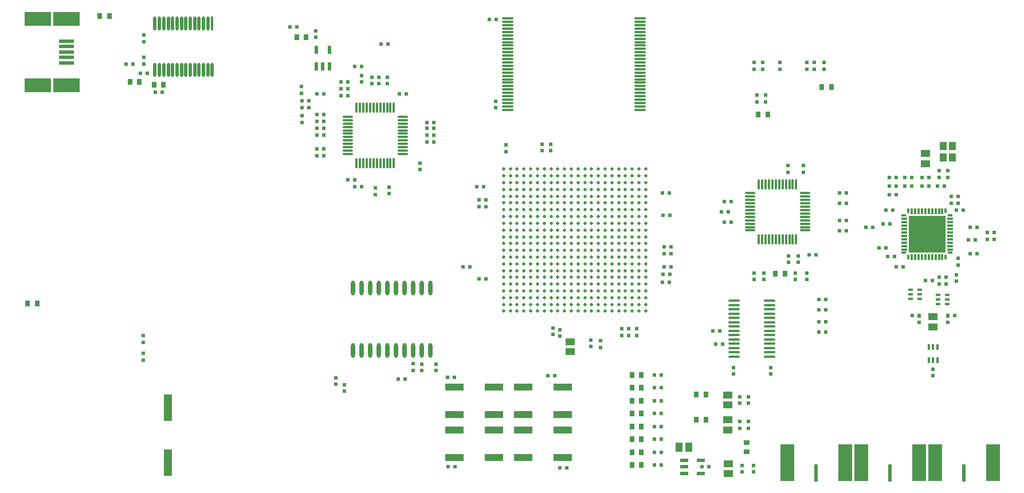
<source format=gtp>
%FSLAX25Y25*%
%MOIN*%
G70*
G01*
G75*
G04 Layer_Color=8421504*
%ADD10C,0.01000*%
%ADD11R,0.02362X0.01969*%
%ADD12R,0.01969X0.02362*%
%ADD13R,0.04331X0.05512*%
%ADD14R,0.05118X0.02165*%
%ADD15R,0.03150X0.03543*%
%ADD16R,0.02362X0.09843*%
%ADD17R,0.07874X0.21654*%
%ADD18O,0.02362X0.08465*%
%ADD19R,0.03543X0.03150*%
%ADD20R,0.03937X0.04724*%
%ADD21R,0.02165X0.05118*%
%ADD22O,0.06496X0.01181*%
%ADD23O,0.01181X0.06496*%
%ADD24R,0.08858X0.01969*%
%ADD25R,0.15748X0.08071*%
%ADD26R,0.05512X0.04331*%
%ADD27R,0.01575X0.03347*%
%ADD28C,0.01969*%
%ADD29O,0.06693X0.01181*%
%ADD30R,0.01772X0.08268*%
%ADD31O,0.01772X0.08268*%
%ADD32O,0.07087X0.01378*%
%ADD33R,0.01181X0.02953*%
%ADD34R,0.01181X0.03347*%
%ADD35R,0.02953X0.01181*%
%ADD36R,0.03347X0.01181*%
%ADD37R,0.21260X0.21260*%
%ADD38R,0.11024X0.03937*%
%ADD39R,0.03150X0.01181*%
%ADD40R,0.04921X0.15748*%
%ADD41C,0.00500*%
%ADD42C,0.00800*%
%ADD43C,0.01200*%
%ADD44C,0.01190*%
%ADD45C,0.01600*%
%ADD46C,0.02500*%
%ADD47C,0.03000*%
%ADD48C,0.02000*%
%ADD49C,0.01500*%
%ADD50C,0.05906*%
%ADD51R,0.05906X0.05906*%
%ADD52R,0.08661X0.08661*%
%ADD53C,0.04921*%
%ADD54C,0.06299*%
%ADD55C,0.06614*%
%ADD56R,0.05906X0.05906*%
%ADD57C,0.08661*%
%ADD58C,0.05709*%
%ADD59C,0.02000*%
%ADD60C,0.01600*%
%ADD61C,0.03200*%
%ADD62C,0.02600*%
%ADD63C,0.02400*%
%ADD64C,0.15000*%
%ADD65C,0.01800*%
%ADD66C,0.02200*%
%ADD67C,0.03600*%
%ADD68C,0.03000*%
%ADD69C,0.02900*%
%ADD70C,0.00600*%
%ADD71R,0.05900X0.12900*%
%ADD72R,0.05900X0.03900*%
%ADD73R,0.20000X0.20000*%
%ADD74R,0.15590X0.15590*%
%ADD75R,0.05906X0.02362*%
%ADD76R,0.03543X0.02756*%
%ADD77R,0.10236X0.04331*%
%ADD78R,0.07874X0.07087*%
%ADD79R,0.07480X0.09449*%
%ADD80C,0.01181*%
%ADD81R,0.02362X0.05906*%
%ADD82R,0.04331X0.02165*%
%ADD83O,0.08661X0.02362*%
%ADD84R,0.09843X0.17716*%
%ADD85C,0.04000*%
%ADD86C,0.01800*%
%ADD87C,0.05000*%
%ADD88C,0.00984*%
%ADD89C,0.02362*%
%ADD90C,0.00197*%
%ADD91C,0.00787*%
%ADD92C,0.00400*%
%ADD93R,0.01575X0.01181*%
D11*
X193532Y172000D02*
D03*
X197468D02*
D03*
X171531Y202000D02*
D03*
X175469D02*
D03*
X543532Y158500D02*
D03*
X547469D02*
D03*
X540531Y162500D02*
D03*
X544468D02*
D03*
X540531Y166500D02*
D03*
X544468D02*
D03*
X403532Y80500D02*
D03*
X407469D02*
D03*
X405969Y88250D02*
D03*
X402032D02*
D03*
X371969Y17500D02*
D03*
X368032D02*
D03*
X371969Y25000D02*
D03*
X368032D02*
D03*
X371969Y32500D02*
D03*
X368032D02*
D03*
X371969Y40000D02*
D03*
X368032D02*
D03*
X371969Y47500D02*
D03*
X368032D02*
D03*
X371969Y55000D02*
D03*
X368032D02*
D03*
X371969Y62500D02*
D03*
X368032D02*
D03*
X399468Y9000D02*
D03*
X395532D02*
D03*
X371969Y10000D02*
D03*
X368032D02*
D03*
X377468Y137000D02*
D03*
X373532D02*
D03*
X377468Y133000D02*
D03*
X373532D02*
D03*
X269969Y118500D02*
D03*
X266032D02*
D03*
X376969Y121000D02*
D03*
X373031D02*
D03*
X376468Y116500D02*
D03*
X372532D02*
D03*
X260469Y125500D02*
D03*
X256532D02*
D03*
X377468Y125500D02*
D03*
X373532D02*
D03*
X376468Y168500D02*
D03*
X372532D02*
D03*
X376969Y155500D02*
D03*
X373031D02*
D03*
X247532Y61000D02*
D03*
X251468D02*
D03*
X222969Y60000D02*
D03*
X219032D02*
D03*
X171563Y206000D02*
D03*
X175500D02*
D03*
X159968Y265000D02*
D03*
X156032D02*
D03*
X185531Y233000D02*
D03*
X189469D02*
D03*
X185531Y225000D02*
D03*
X189469D02*
D03*
X193532Y242000D02*
D03*
X197468D02*
D03*
X163031Y222000D02*
D03*
X166969D02*
D03*
X163031Y218000D02*
D03*
X166969D02*
D03*
X171563Y226000D02*
D03*
X175500D02*
D03*
X171563Y214000D02*
D03*
X175500D02*
D03*
X171563Y210000D02*
D03*
X175500D02*
D03*
X171531Y194000D02*
D03*
X175469D02*
D03*
X171531Y190000D02*
D03*
X175469D02*
D03*
X185531Y229000D02*
D03*
X189469D02*
D03*
X189532Y176000D02*
D03*
X193468D02*
D03*
X219531Y226000D02*
D03*
X223468D02*
D03*
X239469Y209500D02*
D03*
X235531D02*
D03*
Y206000D02*
D03*
X239469D02*
D03*
X235531Y202000D02*
D03*
X239469D02*
D03*
X235531Y198000D02*
D03*
X239469D02*
D03*
X269969Y160500D02*
D03*
X266032D02*
D03*
X269969Y164500D02*
D03*
X266032D02*
D03*
X268468Y172000D02*
D03*
X264531D02*
D03*
X275969Y269500D02*
D03*
X272031D02*
D03*
X64468Y243500D02*
D03*
X60532D02*
D03*
X81468Y227000D02*
D03*
X77531D02*
D03*
X72969Y238000D02*
D03*
X69032D02*
D03*
X550531Y141000D02*
D03*
X554468D02*
D03*
X551532Y148500D02*
D03*
X555469D02*
D03*
X561531Y145500D02*
D03*
X565469D02*
D03*
X561531Y141500D02*
D03*
X565469D02*
D03*
X551532Y133000D02*
D03*
X555469D02*
D03*
X529468Y117500D02*
D03*
X525531D02*
D03*
X512468Y125500D02*
D03*
X508532D02*
D03*
X498531Y136500D02*
D03*
X502468D02*
D03*
X501031Y150500D02*
D03*
X504969D02*
D03*
X491032Y148500D02*
D03*
X494969D02*
D03*
X408532Y163500D02*
D03*
X412468D02*
D03*
X408532Y151500D02*
D03*
X412468D02*
D03*
X407031Y157500D02*
D03*
X410968D02*
D03*
X463531Y106500D02*
D03*
X467469D02*
D03*
X463531Y100500D02*
D03*
X467469D02*
D03*
X463531Y93500D02*
D03*
X467469D02*
D03*
X463531Y87500D02*
D03*
X467469D02*
D03*
X309968Y62000D02*
D03*
X306031D02*
D03*
X313032Y8500D02*
D03*
X316968D02*
D03*
X251969Y9000D02*
D03*
X248031D02*
D03*
X532531Y172500D02*
D03*
X536469D02*
D03*
X479468Y146500D02*
D03*
X475531D02*
D03*
X479468Y152500D02*
D03*
X475531D02*
D03*
X479468Y162500D02*
D03*
X475531D02*
D03*
X479468Y168500D02*
D03*
X475531D02*
D03*
X458032Y132500D02*
D03*
X461969D02*
D03*
X503532Y131500D02*
D03*
X507469D02*
D03*
X506468Y158500D02*
D03*
X502531D02*
D03*
X538531Y97000D02*
D03*
X542469D02*
D03*
X518032Y97000D02*
D03*
X521969D02*
D03*
X209032Y255260D02*
D03*
X212968D02*
D03*
X508468Y177500D02*
D03*
X504531D02*
D03*
X504531Y172500D02*
D03*
X508468D02*
D03*
X527468D02*
D03*
X523531D02*
D03*
X517469Y177500D02*
D03*
X513531D02*
D03*
X527468D02*
D03*
X523531D02*
D03*
X517469Y172500D02*
D03*
X513531D02*
D03*
X504531Y167500D02*
D03*
X508468D02*
D03*
D12*
X544500Y130468D02*
D03*
Y126532D02*
D03*
X349000Y89468D02*
D03*
Y85532D02*
D03*
X331000Y82968D02*
D03*
Y79031D02*
D03*
X353000Y89468D02*
D03*
Y85532D02*
D03*
X357500Y89468D02*
D03*
Y85532D02*
D03*
X336500Y82468D02*
D03*
Y78531D02*
D03*
X281500Y196468D02*
D03*
Y192532D02*
D03*
X302500Y196968D02*
D03*
Y193032D02*
D03*
X307500Y196968D02*
D03*
Y193032D02*
D03*
X227400Y69068D02*
D03*
Y65131D02*
D03*
X431500Y121968D02*
D03*
Y118032D02*
D03*
X426000Y121968D02*
D03*
Y118032D02*
D03*
X456500Y121968D02*
D03*
Y118032D02*
D03*
X450000Y121968D02*
D03*
Y118032D02*
D03*
X432500Y221532D02*
D03*
Y225468D02*
D03*
X427500Y221532D02*
D03*
Y225468D02*
D03*
X70700Y75068D02*
D03*
Y71131D02*
D03*
X70500Y81532D02*
D03*
Y85469D02*
D03*
X182500Y60969D02*
D03*
Y57032D02*
D03*
X187500Y53031D02*
D03*
Y56968D02*
D03*
X171000Y259032D02*
D03*
Y262968D02*
D03*
X212500Y235968D02*
D03*
Y232031D02*
D03*
X162500Y230469D02*
D03*
Y226532D02*
D03*
X163000Y213469D02*
D03*
Y209531D02*
D03*
X197500Y236968D02*
D03*
Y233032D02*
D03*
X203500Y235968D02*
D03*
Y232031D02*
D03*
X207500Y235968D02*
D03*
Y232031D02*
D03*
X205500Y171468D02*
D03*
Y167532D02*
D03*
X213500Y171968D02*
D03*
Y168032D02*
D03*
X231500Y185968D02*
D03*
Y182032D02*
D03*
X425500Y9968D02*
D03*
Y6032D02*
D03*
X419000Y9968D02*
D03*
Y6032D02*
D03*
X313000Y85031D02*
D03*
Y88968D02*
D03*
X309000Y86032D02*
D03*
Y89969D02*
D03*
X275500Y221969D02*
D03*
Y218032D02*
D03*
X466500Y240531D02*
D03*
Y244468D02*
D03*
X461000D02*
D03*
Y240531D02*
D03*
X456500Y240531D02*
D03*
Y244468D02*
D03*
X441000Y244468D02*
D03*
Y240531D02*
D03*
X431000Y244468D02*
D03*
Y240531D02*
D03*
X426000D02*
D03*
Y244468D02*
D03*
X71000Y256532D02*
D03*
Y260469D02*
D03*
X71000Y247468D02*
D03*
Y243531D02*
D03*
X454500Y184468D02*
D03*
Y180532D02*
D03*
X445500Y184468D02*
D03*
Y180532D02*
D03*
X446000Y131968D02*
D03*
Y128032D02*
D03*
X451500Y128032D02*
D03*
Y131968D02*
D03*
X422500Y35469D02*
D03*
Y31532D02*
D03*
X417500Y35469D02*
D03*
Y31532D02*
D03*
X414000Y63032D02*
D03*
Y66969D02*
D03*
X435500Y63032D02*
D03*
Y66969D02*
D03*
X422500Y49968D02*
D03*
Y46031D02*
D03*
X417500Y49968D02*
D03*
Y46031D02*
D03*
X533500Y177532D02*
D03*
Y181468D02*
D03*
X538500Y177532D02*
D03*
Y181468D02*
D03*
X530000Y62032D02*
D03*
Y65969D02*
D03*
X538500Y93032D02*
D03*
Y96969D02*
D03*
X522000Y93032D02*
D03*
Y96969D02*
D03*
X533500Y115532D02*
D03*
Y119468D02*
D03*
X537500Y115532D02*
D03*
Y119468D02*
D03*
X543500Y117032D02*
D03*
Y120968D02*
D03*
X232500Y65000D02*
D03*
Y68937D02*
D03*
X241000Y65031D02*
D03*
Y68968D02*
D03*
D13*
X387953Y20500D02*
D03*
X382047D02*
D03*
D14*
X394921Y12740D02*
D03*
Y5260D02*
D03*
X385079Y9000D02*
D03*
Y12740D02*
D03*
Y5260D02*
D03*
D15*
X397756Y36500D02*
D03*
X392244D02*
D03*
X397756Y51000D02*
D03*
X392244D02*
D03*
X360256Y10000D02*
D03*
X354744D02*
D03*
X360256Y17500D02*
D03*
X354744D02*
D03*
X360256Y25000D02*
D03*
X354744D02*
D03*
X360256Y32500D02*
D03*
X354744D02*
D03*
X360256Y40000D02*
D03*
X354744D02*
D03*
X360256Y47500D02*
D03*
X354744D02*
D03*
X360256Y55000D02*
D03*
X354744D02*
D03*
X360256Y62500D02*
D03*
X354744D02*
D03*
X438244Y121500D02*
D03*
X443756D02*
D03*
X428244Y214000D02*
D03*
X433756D02*
D03*
X165256Y259000D02*
D03*
X159744D02*
D03*
X68256Y233000D02*
D03*
X62744D02*
D03*
X3244Y104000D02*
D03*
X8756D02*
D03*
X45244Y271500D02*
D03*
X50756D02*
D03*
X82256Y231500D02*
D03*
X76744D02*
D03*
X470756Y230000D02*
D03*
X465244D02*
D03*
D16*
X548000Y5571D02*
D03*
X505000D02*
D03*
X462000D02*
D03*
D17*
X564732Y11476D02*
D03*
X531268D02*
D03*
X521732D02*
D03*
X488268D02*
D03*
X478732D02*
D03*
X445268D02*
D03*
D18*
X232500Y76693D02*
D03*
X227500D02*
D03*
X237500D02*
D03*
X212500D02*
D03*
X222500D02*
D03*
X217500D02*
D03*
X207500D02*
D03*
X202500D02*
D03*
X192500D02*
D03*
X197500D02*
D03*
X217500Y113307D02*
D03*
X237500D02*
D03*
X232500D02*
D03*
X227500D02*
D03*
X212500D02*
D03*
X222500D02*
D03*
X202500D02*
D03*
X197500D02*
D03*
X192500D02*
D03*
X207500D02*
D03*
D19*
X421500Y17744D02*
D03*
Y23256D02*
D03*
D20*
X535941Y189154D02*
D03*
Y195846D02*
D03*
X541059D02*
D03*
Y189154D02*
D03*
D21*
X171260Y251921D02*
D03*
X178740D02*
D03*
Y242079D02*
D03*
X175000D02*
D03*
X171260D02*
D03*
D22*
X189457Y210858D02*
D03*
Y212827D02*
D03*
Y208890D02*
D03*
Y202984D02*
D03*
Y201016D02*
D03*
Y206921D02*
D03*
Y204953D02*
D03*
Y199047D02*
D03*
Y197079D02*
D03*
Y195110D02*
D03*
Y193142D02*
D03*
Y191173D02*
D03*
X221543Y212827D02*
D03*
Y210858D02*
D03*
Y204953D02*
D03*
Y202984D02*
D03*
Y208890D02*
D03*
Y206921D02*
D03*
Y197079D02*
D03*
Y195110D02*
D03*
Y201016D02*
D03*
Y199047D02*
D03*
Y193142D02*
D03*
Y191173D02*
D03*
X455543Y146673D02*
D03*
Y148642D02*
D03*
Y150610D02*
D03*
Y152579D02*
D03*
Y154547D02*
D03*
Y156516D02*
D03*
Y158484D02*
D03*
Y160453D02*
D03*
Y162421D02*
D03*
Y164390D02*
D03*
Y166358D02*
D03*
Y168327D02*
D03*
X423457D02*
D03*
Y166358D02*
D03*
Y164390D02*
D03*
Y162421D02*
D03*
Y160453D02*
D03*
Y158484D02*
D03*
Y156516D02*
D03*
Y154547D02*
D03*
Y152579D02*
D03*
Y150610D02*
D03*
Y148642D02*
D03*
Y146673D02*
D03*
D23*
X196642Y218043D02*
D03*
X194673D02*
D03*
X200579D02*
D03*
X198610D02*
D03*
X204516D02*
D03*
X202547D02*
D03*
X206484D02*
D03*
X208453D02*
D03*
X194673Y185957D02*
D03*
X196642D02*
D03*
X200579D02*
D03*
X198610D02*
D03*
X204516D02*
D03*
X202547D02*
D03*
X208453D02*
D03*
X206484D02*
D03*
X212390Y218043D02*
D03*
X214358D02*
D03*
X210421D02*
D03*
X216327D02*
D03*
X212390Y185957D02*
D03*
X210421D02*
D03*
X216327D02*
D03*
X214358D02*
D03*
X450327Y173543D02*
D03*
X448358D02*
D03*
X446390D02*
D03*
X444421D02*
D03*
X442453D02*
D03*
X440484D02*
D03*
X438516D02*
D03*
X436547D02*
D03*
X434579D02*
D03*
X432610D02*
D03*
X430642D02*
D03*
X428673D02*
D03*
Y141457D02*
D03*
X430642D02*
D03*
X432610D02*
D03*
X434579D02*
D03*
X436547D02*
D03*
X438516D02*
D03*
X440484D02*
D03*
X442453D02*
D03*
X444421D02*
D03*
X446390D02*
D03*
X448358D02*
D03*
X450327D02*
D03*
D24*
X26000Y250500D02*
D03*
Y253650D02*
D03*
Y256799D02*
D03*
Y247350D02*
D03*
Y244201D02*
D03*
D25*
Y231110D02*
D03*
X9268D02*
D03*
X26000Y269890D02*
D03*
X9268D02*
D03*
D26*
X411000Y5047D02*
D03*
Y10953D02*
D03*
X319000Y76047D02*
D03*
Y81953D02*
D03*
X525500Y191453D02*
D03*
Y185547D02*
D03*
X410500Y30547D02*
D03*
Y36453D02*
D03*
Y45047D02*
D03*
Y50953D02*
D03*
X530000Y90547D02*
D03*
Y96453D02*
D03*
D27*
X532559Y78740D02*
D03*
X530000D02*
D03*
X527441D02*
D03*
Y71260D02*
D03*
X530000D02*
D03*
X532559D02*
D03*
D28*
X362839Y99661D02*
D03*
X358902D02*
D03*
X354965D02*
D03*
X351028D02*
D03*
X347091D02*
D03*
X343154D02*
D03*
X339216D02*
D03*
X335279D02*
D03*
X331343D02*
D03*
X327406D02*
D03*
X323468D02*
D03*
X319531D02*
D03*
X315595D02*
D03*
X311658D02*
D03*
X307720D02*
D03*
X303783D02*
D03*
X299847D02*
D03*
X295910D02*
D03*
X291972D02*
D03*
X288035D02*
D03*
X284098D02*
D03*
X280161D02*
D03*
X362839Y103598D02*
D03*
X358902D02*
D03*
X354965D02*
D03*
X351028D02*
D03*
X347091D02*
D03*
X343154D02*
D03*
X339216D02*
D03*
X335279D02*
D03*
X331343D02*
D03*
X327406D02*
D03*
X323468D02*
D03*
X319531D02*
D03*
X315595D02*
D03*
X311658D02*
D03*
X307720D02*
D03*
X303783D02*
D03*
X299847D02*
D03*
X295910D02*
D03*
X291972D02*
D03*
X288035D02*
D03*
X284098D02*
D03*
X280161D02*
D03*
X362839Y107535D02*
D03*
X358902D02*
D03*
X354965D02*
D03*
X351028D02*
D03*
X347091D02*
D03*
X343154D02*
D03*
X339216D02*
D03*
X335279D02*
D03*
X331343D02*
D03*
X327406D02*
D03*
X323468D02*
D03*
X319531D02*
D03*
X315595D02*
D03*
X311658D02*
D03*
X307720D02*
D03*
X303783D02*
D03*
X299847D02*
D03*
X295910D02*
D03*
X291972D02*
D03*
X288035D02*
D03*
X284098D02*
D03*
X280161D02*
D03*
X362839Y111472D02*
D03*
X358902D02*
D03*
X354965D02*
D03*
X351028D02*
D03*
X347091D02*
D03*
X343154D02*
D03*
X339216D02*
D03*
X335279D02*
D03*
X331343D02*
D03*
X327406D02*
D03*
X323468D02*
D03*
X319531D02*
D03*
X315595D02*
D03*
X311658D02*
D03*
X307720D02*
D03*
X303783D02*
D03*
X299847D02*
D03*
X295910D02*
D03*
X291972D02*
D03*
X288035D02*
D03*
X284098D02*
D03*
X280161D02*
D03*
X362839Y115410D02*
D03*
X358902D02*
D03*
X354965D02*
D03*
X351028D02*
D03*
X347091D02*
D03*
X343154D02*
D03*
X339216D02*
D03*
X335279D02*
D03*
X331343D02*
D03*
X327406D02*
D03*
X323468D02*
D03*
X319531D02*
D03*
X315595D02*
D03*
X311658D02*
D03*
X307720D02*
D03*
X303783D02*
D03*
X299847D02*
D03*
X295910D02*
D03*
X291972D02*
D03*
X288035D02*
D03*
X284098D02*
D03*
X280161D02*
D03*
X362839Y119346D02*
D03*
X358902D02*
D03*
X354965D02*
D03*
X351028D02*
D03*
X347091D02*
D03*
X343154D02*
D03*
X339216D02*
D03*
X335279D02*
D03*
X331343D02*
D03*
X327406D02*
D03*
X323468D02*
D03*
X319531D02*
D03*
X315595D02*
D03*
X311658D02*
D03*
X307720D02*
D03*
X303783D02*
D03*
X299847D02*
D03*
X295910D02*
D03*
X291972D02*
D03*
X288035D02*
D03*
X284098D02*
D03*
X280161D02*
D03*
X362839Y123284D02*
D03*
X358902D02*
D03*
X354965D02*
D03*
X351028D02*
D03*
X347091D02*
D03*
X343154D02*
D03*
X339216D02*
D03*
X335279D02*
D03*
X331343D02*
D03*
X327406D02*
D03*
X323468D02*
D03*
X319531D02*
D03*
X315595D02*
D03*
X311658D02*
D03*
X307720D02*
D03*
X303783D02*
D03*
X299847D02*
D03*
X295910D02*
D03*
X291972D02*
D03*
X288035D02*
D03*
X284098D02*
D03*
X280161D02*
D03*
X362839Y127220D02*
D03*
X358902D02*
D03*
X354965D02*
D03*
X351028D02*
D03*
X347091D02*
D03*
X343154D02*
D03*
X339216D02*
D03*
X335279D02*
D03*
X331343D02*
D03*
X327406D02*
D03*
X323468D02*
D03*
X319531D02*
D03*
X315595D02*
D03*
X311658D02*
D03*
X307720D02*
D03*
X303783D02*
D03*
X299847D02*
D03*
X295910D02*
D03*
X291972D02*
D03*
X288035D02*
D03*
X284098D02*
D03*
X280161D02*
D03*
X362839Y131158D02*
D03*
X358902D02*
D03*
X354965D02*
D03*
X351028D02*
D03*
X347091D02*
D03*
X343154D02*
D03*
X339216D02*
D03*
X335279D02*
D03*
X331343D02*
D03*
X327406D02*
D03*
X323468D02*
D03*
X319531D02*
D03*
X315595D02*
D03*
X311658D02*
D03*
X307720D02*
D03*
X303783D02*
D03*
X299847D02*
D03*
X295910D02*
D03*
X291972D02*
D03*
X288035D02*
D03*
X284098D02*
D03*
X280161D02*
D03*
X362839Y135094D02*
D03*
X358902D02*
D03*
X354965D02*
D03*
X351028D02*
D03*
X347091D02*
D03*
X343154D02*
D03*
X339216D02*
D03*
X335279D02*
D03*
X331343D02*
D03*
X327406D02*
D03*
X323468D02*
D03*
X319531D02*
D03*
X315595D02*
D03*
X311658D02*
D03*
X307720D02*
D03*
X303783D02*
D03*
X299847D02*
D03*
X295910D02*
D03*
X291972D02*
D03*
X288035D02*
D03*
X284098D02*
D03*
X280161D02*
D03*
X362839Y139032D02*
D03*
X358902D02*
D03*
X354965D02*
D03*
X351028D02*
D03*
X347091D02*
D03*
X343154D02*
D03*
X339216D02*
D03*
X335279D02*
D03*
X331343D02*
D03*
X327406D02*
D03*
X323468D02*
D03*
X319531D02*
D03*
X315595D02*
D03*
X311658D02*
D03*
X307720D02*
D03*
X303783D02*
D03*
X299847D02*
D03*
X295910D02*
D03*
X291972D02*
D03*
X288035D02*
D03*
X284098D02*
D03*
X280161D02*
D03*
X362839Y142968D02*
D03*
X358902D02*
D03*
X354965D02*
D03*
X351028D02*
D03*
X347091D02*
D03*
X343154D02*
D03*
X339216D02*
D03*
X335279D02*
D03*
X331343D02*
D03*
X327406D02*
D03*
X323468D02*
D03*
X319531D02*
D03*
X315595D02*
D03*
X311658D02*
D03*
X307720D02*
D03*
X303783D02*
D03*
X299847D02*
D03*
X295910D02*
D03*
X291972D02*
D03*
X288035D02*
D03*
X284098D02*
D03*
X280161D02*
D03*
X362839Y146906D02*
D03*
X358902D02*
D03*
X354965D02*
D03*
X351028D02*
D03*
X347091D02*
D03*
X343154D02*
D03*
X339216D02*
D03*
X335279D02*
D03*
X331343D02*
D03*
X327406D02*
D03*
X323468D02*
D03*
X319531D02*
D03*
X315595D02*
D03*
X311658D02*
D03*
X307720D02*
D03*
X303783D02*
D03*
X299847D02*
D03*
X295910D02*
D03*
X291972D02*
D03*
X288035D02*
D03*
X284098D02*
D03*
X280161D02*
D03*
X362839Y150842D02*
D03*
X358902D02*
D03*
X354965D02*
D03*
X351028D02*
D03*
X347091D02*
D03*
X343154D02*
D03*
X339216D02*
D03*
X335279D02*
D03*
X331343D02*
D03*
X327406D02*
D03*
X323468D02*
D03*
X319531D02*
D03*
X315595D02*
D03*
X311658D02*
D03*
X307720D02*
D03*
X303783D02*
D03*
X299847D02*
D03*
X295910D02*
D03*
X291972D02*
D03*
X288035D02*
D03*
X284098D02*
D03*
X280161D02*
D03*
X362839Y154780D02*
D03*
X358902D02*
D03*
X354965D02*
D03*
X351028D02*
D03*
X347091D02*
D03*
X343154D02*
D03*
X339216D02*
D03*
X335279D02*
D03*
X331343D02*
D03*
X327406D02*
D03*
X323468D02*
D03*
X319531D02*
D03*
X315595D02*
D03*
X311658D02*
D03*
X307720D02*
D03*
X303783D02*
D03*
X299847D02*
D03*
X295910D02*
D03*
X291972D02*
D03*
X288035D02*
D03*
X284098D02*
D03*
X280161D02*
D03*
X362839Y158716D02*
D03*
X358902D02*
D03*
X354965D02*
D03*
X351028D02*
D03*
X347091D02*
D03*
X343154D02*
D03*
X339216D02*
D03*
X335279D02*
D03*
X331343D02*
D03*
X327406D02*
D03*
X323468D02*
D03*
X319531D02*
D03*
X315595D02*
D03*
X311658D02*
D03*
X307720D02*
D03*
X303783D02*
D03*
X299847D02*
D03*
X295910D02*
D03*
X291972D02*
D03*
X288035D02*
D03*
X284098D02*
D03*
X280161D02*
D03*
X362839Y162654D02*
D03*
X358902D02*
D03*
X354965D02*
D03*
X351028D02*
D03*
X347091D02*
D03*
X343154D02*
D03*
X339216D02*
D03*
X335279D02*
D03*
X331343D02*
D03*
X327406D02*
D03*
X323468D02*
D03*
X319531D02*
D03*
X315595D02*
D03*
X311658D02*
D03*
X307720D02*
D03*
X303783D02*
D03*
X299847D02*
D03*
X295910D02*
D03*
X291972D02*
D03*
X288035D02*
D03*
X284098D02*
D03*
X280161D02*
D03*
X362839Y166591D02*
D03*
X358902D02*
D03*
X354965D02*
D03*
X351028D02*
D03*
X347091D02*
D03*
X343154D02*
D03*
X339216D02*
D03*
X335279D02*
D03*
X331343D02*
D03*
X327406D02*
D03*
X323468D02*
D03*
X319531D02*
D03*
X315595D02*
D03*
X311658D02*
D03*
X307720D02*
D03*
X303783D02*
D03*
X299847D02*
D03*
X295910D02*
D03*
X291972D02*
D03*
X288035D02*
D03*
X284098D02*
D03*
X280161D02*
D03*
X362839Y170528D02*
D03*
X358902D02*
D03*
X354965D02*
D03*
X351028D02*
D03*
X347091D02*
D03*
X343154D02*
D03*
X339216D02*
D03*
X335279D02*
D03*
X331343D02*
D03*
X327406D02*
D03*
X323468D02*
D03*
X319531D02*
D03*
X315595D02*
D03*
X311658D02*
D03*
X307720D02*
D03*
X303783D02*
D03*
X299847D02*
D03*
X295910D02*
D03*
X291972D02*
D03*
X288035D02*
D03*
X284098D02*
D03*
X280161D02*
D03*
X362839Y174465D02*
D03*
X358902D02*
D03*
X354965D02*
D03*
X351028D02*
D03*
X347091D02*
D03*
X343154D02*
D03*
X339216D02*
D03*
X335279D02*
D03*
X331343D02*
D03*
X327406D02*
D03*
X323468D02*
D03*
X319531D02*
D03*
X315595D02*
D03*
X311658D02*
D03*
X307720D02*
D03*
X303783D02*
D03*
X299847D02*
D03*
X295910D02*
D03*
X291972D02*
D03*
X288035D02*
D03*
X284098D02*
D03*
X280161D02*
D03*
X362839Y178402D02*
D03*
X358902D02*
D03*
X354965D02*
D03*
X351028D02*
D03*
X347091D02*
D03*
X343154D02*
D03*
X339216D02*
D03*
X335279D02*
D03*
X331343D02*
D03*
X327406D02*
D03*
X323468D02*
D03*
X319531D02*
D03*
X315595D02*
D03*
X311658D02*
D03*
X307720D02*
D03*
X303783D02*
D03*
X299847D02*
D03*
X295910D02*
D03*
X291972D02*
D03*
X288035D02*
D03*
X284098D02*
D03*
X280161D02*
D03*
X362839Y182339D02*
D03*
X358902D02*
D03*
X354965D02*
D03*
X351028D02*
D03*
X347091D02*
D03*
X343154D02*
D03*
X339216D02*
D03*
X335279D02*
D03*
X331343D02*
D03*
X327406D02*
D03*
X323468D02*
D03*
X319531D02*
D03*
X315595D02*
D03*
X311658D02*
D03*
X307720D02*
D03*
X303783D02*
D03*
X299847D02*
D03*
X295910D02*
D03*
X291972D02*
D03*
X288035D02*
D03*
X284098D02*
D03*
X280161D02*
D03*
D29*
X359583Y216925D02*
D03*
Y218894D02*
D03*
Y220862D02*
D03*
Y222831D02*
D03*
Y224799D02*
D03*
Y226768D02*
D03*
Y228736D02*
D03*
Y230705D02*
D03*
Y232673D02*
D03*
Y234642D02*
D03*
Y236610D02*
D03*
Y238579D02*
D03*
Y240547D02*
D03*
Y242516D02*
D03*
Y244484D02*
D03*
Y246453D02*
D03*
Y248421D02*
D03*
Y250390D02*
D03*
Y252358D02*
D03*
Y254327D02*
D03*
Y256295D02*
D03*
Y258264D02*
D03*
Y260232D02*
D03*
Y262201D02*
D03*
Y264169D02*
D03*
Y266138D02*
D03*
Y268106D02*
D03*
Y270075D02*
D03*
X282417Y216925D02*
D03*
Y218894D02*
D03*
Y220862D02*
D03*
Y222831D02*
D03*
Y224799D02*
D03*
Y226768D02*
D03*
Y228736D02*
D03*
Y230705D02*
D03*
Y232673D02*
D03*
Y234642D02*
D03*
Y236610D02*
D03*
Y238579D02*
D03*
Y240547D02*
D03*
Y242516D02*
D03*
Y244484D02*
D03*
Y246453D02*
D03*
Y248421D02*
D03*
Y250390D02*
D03*
Y252358D02*
D03*
Y254327D02*
D03*
Y256295D02*
D03*
Y258264D02*
D03*
Y260232D02*
D03*
Y262201D02*
D03*
Y264169D02*
D03*
Y266138D02*
D03*
Y268106D02*
D03*
Y270075D02*
D03*
D30*
X110634Y266984D02*
D03*
D31*
X108075D02*
D03*
X105516D02*
D03*
X102957D02*
D03*
X100398D02*
D03*
X97839D02*
D03*
X95280D02*
D03*
X92721D02*
D03*
X90161D02*
D03*
X87602D02*
D03*
X85043D02*
D03*
X82484D02*
D03*
X79925D02*
D03*
X77366D02*
D03*
X110634Y240016D02*
D03*
X108075D02*
D03*
X105516D02*
D03*
X102957D02*
D03*
X100398D02*
D03*
X97839D02*
D03*
X95280D02*
D03*
X92721D02*
D03*
X90161D02*
D03*
X87602D02*
D03*
X85043D02*
D03*
X82484D02*
D03*
X79925D02*
D03*
X77366D02*
D03*
D32*
X434736Y73250D02*
D03*
Y75750D02*
D03*
Y78250D02*
D03*
Y80750D02*
D03*
Y83250D02*
D03*
Y85750D02*
D03*
Y88250D02*
D03*
Y90750D02*
D03*
Y93250D02*
D03*
Y95750D02*
D03*
Y98250D02*
D03*
Y100750D02*
D03*
Y103250D02*
D03*
Y105750D02*
D03*
X414264Y73250D02*
D03*
Y75750D02*
D03*
Y78250D02*
D03*
Y80750D02*
D03*
Y83250D02*
D03*
Y85750D02*
D03*
Y88250D02*
D03*
Y90750D02*
D03*
Y93250D02*
D03*
Y95750D02*
D03*
Y98250D02*
D03*
Y100750D02*
D03*
Y103250D02*
D03*
Y105750D02*
D03*
D33*
X515673Y131016D02*
D03*
X537327D02*
D03*
Y157984D02*
D03*
X515673D02*
D03*
D34*
X517642Y131213D02*
D03*
X519610D02*
D03*
X521579D02*
D03*
X523547D02*
D03*
X525516D02*
D03*
X527484D02*
D03*
X529453D02*
D03*
X531421D02*
D03*
X533390D02*
D03*
X535358D02*
D03*
Y157787D02*
D03*
X533390D02*
D03*
X531421D02*
D03*
X529453D02*
D03*
X527484D02*
D03*
X525516D02*
D03*
X523547D02*
D03*
X521579D02*
D03*
X519610D02*
D03*
X517642D02*
D03*
D35*
X539984Y133673D02*
D03*
Y155327D02*
D03*
X513016D02*
D03*
Y133673D02*
D03*
D36*
X539787Y135642D02*
D03*
Y137610D02*
D03*
Y139579D02*
D03*
Y141547D02*
D03*
Y143516D02*
D03*
Y145484D02*
D03*
Y147453D02*
D03*
Y149421D02*
D03*
Y151390D02*
D03*
Y153358D02*
D03*
X513213D02*
D03*
Y151390D02*
D03*
Y149421D02*
D03*
Y147453D02*
D03*
Y145484D02*
D03*
Y143516D02*
D03*
Y141547D02*
D03*
Y139579D02*
D03*
Y137610D02*
D03*
Y135642D02*
D03*
D37*
X526500Y144500D02*
D03*
D38*
X251583Y55374D02*
D03*
X274417D02*
D03*
Y39626D02*
D03*
X251583D02*
D03*
X291583Y55374D02*
D03*
X314417D02*
D03*
Y39626D02*
D03*
X291583D02*
D03*
X274417Y14626D02*
D03*
X251583D02*
D03*
Y30374D02*
D03*
X274417D02*
D03*
X314417Y14626D02*
D03*
X291583D02*
D03*
Y30374D02*
D03*
X314417D02*
D03*
D39*
X516744Y106941D02*
D03*
Y109500D02*
D03*
Y112059D02*
D03*
X522256Y106941D02*
D03*
Y109500D02*
D03*
Y112059D02*
D03*
X532744Y103941D02*
D03*
Y106500D02*
D03*
Y109059D02*
D03*
X538256Y103941D02*
D03*
Y106500D02*
D03*
Y109059D02*
D03*
D40*
X85000Y43445D02*
D03*
Y11555D02*
D03*
M02*

</source>
